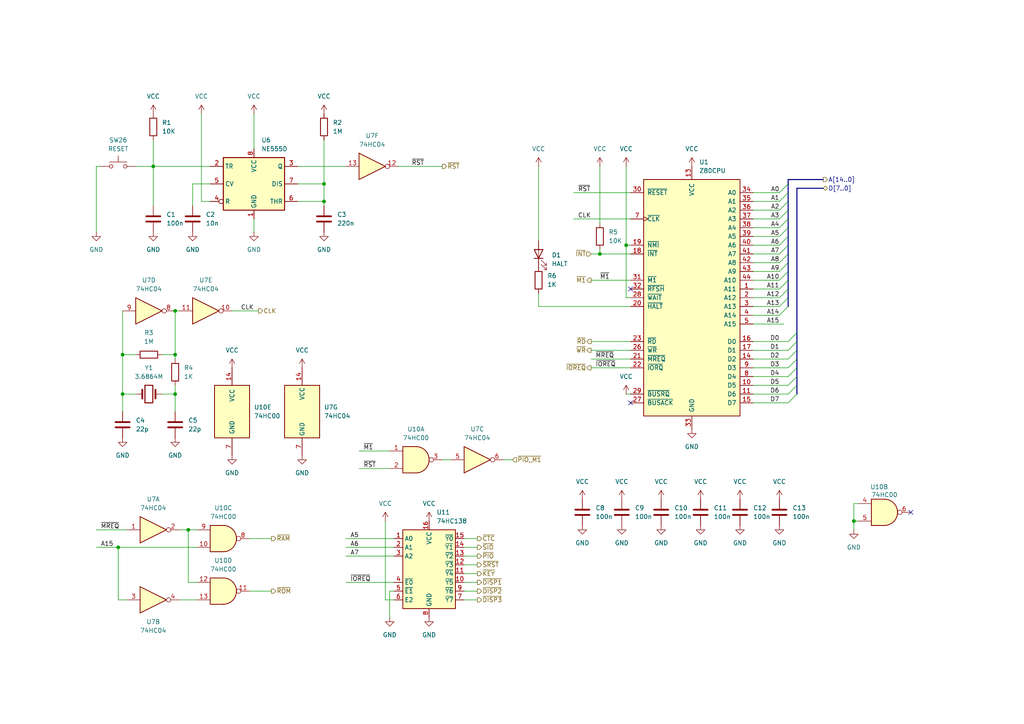
<source format=kicad_sch>
(kicad_sch (version 20250114) (generator "eeschema") (generator_version "9.0")
  (paper "A4")
  (title_block (title "CPU, basics and glue logic") (date "2025-11-03") (rev "B") (company "A.K."))
  (lib_symbols
    (symbol "74xx:74HC00" (pin_names (offset 1.016))
      (property "Reference" "U" (at 0 1.27 0))
      (property "Value" "74HC00" (at 0 -1.27 0))
      (symbol "74HC00_1_1"
        (arc (start 0 3.81) (mid 3.7934 0) (end 0 -3.81) (stroke (width 0.254)) (fill (type background)))
        (polyline (pts (xy 0 3.81) (xy -3.81 3.81) (xy -3.81 -3.81) (xy 0 -3.81)) (stroke (width 0.254)) (fill (type background)))
        (pin input line (at -7.62 2.54 0) (length 3.81) (name "~") (number "1"))
        (pin input line (at -7.62 -2.54 0) (length 3.81) (name "~") (number "2"))
        (pin output inverted (at 7.62 0 180) (length 3.81) (name "~") (number "3"))
      )
      (symbol "74HC00_1_2"
        (arc (start -3.81 3.81) (mid -2.589 0) (end -3.81 -3.81) (stroke (width 0.254)))
        (polyline (pts (xy -3.81 3.81) (xy -0.635 3.81)) (stroke (width 0.254)) (fill (type background)))
        (polyline (pts (xy -3.81 -3.81) (xy -0.635 -3.81)) (stroke (width 0.254)) (fill (type background)))
        (arc (start 3.81 0) (mid 2.1855 -2.584) (end -0.6096 -3.81) (stroke (width 0.254)) (fill (type background)))
        (arc (start -0.6096 3.81) (mid 2.1928 2.5924) (end 3.81 0) (stroke (width 0.254)) (fill (type background)))
        (polyline (pts (xy -0.635 3.81) (xy -3.81 3.81) (xy -3.81 3.81) (xy -3.556 3.4036) (xy -3.0226 2.2606) (xy -2.6924 1.0414) (xy -2.6162 -0.254) (xy -2.7686 -1.4986) (xy -3.175 -2.7178) (xy -3.81 -3.81) (xy -3.81 -3.81) (xy -0.635 -3.81)) (stroke (width -25.4)) (fill (type background)))
        (pin input inverted (at -7.62 2.54 0) (length 4.318) (name "~") (number "1"))
        (pin input inverted (at -7.62 -2.54 0) (length 4.318) (name "~") (number "2"))
        (pin output line (at 7.62 0 180) (length 3.81) (name "~") (number "3"))
      )
      (symbol "74HC00_2_1"
        (arc (start 0 3.81) (mid 3.7934 0) (end 0 -3.81) (stroke (width 0.254)) (fill (type background)))
        (polyline (pts (xy 0 3.81) (xy -3.81 3.81) (xy -3.81 -3.81) (xy 0 -3.81)) (stroke (width 0.254)) (fill (type background)))
        (pin input line (at -7.62 2.54 0) (length 3.81) (name "~") (number "4"))
        (pin input line (at -7.62 -2.54 0) (length 3.81) (name "~") (number "5"))
        (pin output inverted (at 7.62 0 180) (length 3.81) (name "~") (number "6"))
      )
      (symbol "74HC00_2_2"
        (arc (start -3.81 3.81) (mid -2.589 0) (end -3.81 -3.81) (stroke (width 0.254)))
        (polyline (pts (xy -3.81 3.81) (xy -0.635 3.81)) (stroke (width 0.254)) (fill (type background)))
        (polyline (pts (xy -3.81 -3.81) (xy -0.635 -3.81)) (stroke (width 0.254)) (fill (type background)))
        (arc (start 3.81 0) (mid 2.1855 -2.584) (end -0.6096 -3.81) (stroke (width 0.254)) (fill (type background)))
        (arc (start -0.6096 3.81) (mid 2.1928 2.5924) (end 3.81 0) (stroke (width 0.254)) (fill (type background)))
        (polyline (pts (xy -0.635 3.81) (xy -3.81 3.81) (xy -3.81 3.81) (xy -3.556 3.4036) (xy -3.0226 2.2606) (xy -2.6924 1.0414) (xy -2.6162 -0.254) (xy -2.7686 -1.4986) (xy -3.175 -2.7178) (xy -3.81 -3.81) (xy -3.81 -3.81) (xy -0.635 -3.81)) (stroke (width -25.4)) (fill (type background)))
        (pin input inverted (at -7.62 2.54 0) (length 4.318) (name "~") (number "4"))
        (pin input inverted (at -7.62 -2.54 0) (length 4.318) (name "~") (number "5"))
        (pin output line (at 7.62 0 180) (length 3.81) (name "~") (number "6"))
      )
      (symbol "74HC00_3_1"
        (arc (start 0 3.81) (mid 3.7934 0) (end 0 -3.81) (stroke (width 0.254)) (fill (type background)))
        (polyline (pts (xy 0 3.81) (xy -3.81 3.81) (xy -3.81 -3.81) (xy 0 -3.81)) (stroke (width 0.254)) (fill (type background)))
        (pin input line (at -7.62 2.54 0) (length 3.81) (name "~") (number "9"))
        (pin input line (at -7.62 -2.54 0) (length 3.81) (name "~") (number "10"))
        (pin output inverted (at 7.62 0 180) (length 3.81) (name "~") (number "8"))
      )
      (symbol "74HC00_3_2"
        (arc (start -3.81 3.81) (mid -2.589 0) (end -3.81 -3.81) (stroke (width 0.254)))
        (polyline (pts (xy -3.81 3.81) (xy -0.635 3.81)) (stroke (width 0.254)) (fill (type background)))
        (polyline (pts (xy -3.81 -3.81) (xy -0.635 -3.81)) (stroke (width 0.254)) (fill (type background)))
        (arc (start 3.81 0) (mid 2.1855 -2.584) (end -0.6096 -3.81) (stroke (width 0.254)) (fill (type background)))
        (arc (start -0.6096 3.81) (mid 2.1928 2.5924) (end 3.81 0) (stroke (width 0.254)) (fill (type background)))
        (polyline (pts (xy -0.635 3.81) (xy -3.81 3.81) (xy -3.81 3.81) (xy -3.556 3.4036) (xy -3.0226 2.2606) (xy -2.6924 1.0414) (xy -2.6162 -0.254) (xy -2.7686 -1.4986) (xy -3.175 -2.7178) (xy -3.81 -3.81) (xy -3.81 -3.81) (xy -0.635 -3.81)) (stroke (width -25.4)) (fill (type background)))
        (pin input inverted (at -7.62 2.54 0) (length 4.318) (name "~") (number "9"))
        (pin input inverted (at -7.62 -2.54 0) (length 4.318) (name "~") (number "10"))
        (pin output line (at 7.62 0 180) (length 3.81) (name "~") (number "8"))
      )
      (symbol "74HC00_4_1"
        (arc (start 0 3.81) (mid 3.7934 0) (end 0 -3.81) (stroke (width 0.254)) (fill (type background)))
        (polyline (pts (xy 0 3.81) (xy -3.81 3.81) (xy -3.81 -3.81) (xy 0 -3.81)) (stroke (width 0.254)) (fill (type background)))
        (pin input line (at -7.62 2.54 0) (length 3.81) (name "~") (number "12"))
        (pin input line (at -7.62 -2.54 0) (length 3.81) (name "~") (number "13"))
        (pin output inverted (at 7.62 0 180) (length 3.81) (name "~") (number "11"))
      )
      (symbol "74HC00_4_2"
        (arc (start -3.81 3.81) (mid -2.589 0) (end -3.81 -3.81) (stroke (width 0.254)))
        (polyline (pts (xy -3.81 3.81) (xy -0.635 3.81)) (stroke (width 0.254)) (fill (type background)))
        (polyline (pts (xy -3.81 -3.81) (xy -0.635 -3.81)) (stroke (width 0.254)) (fill (type background)))
        (arc (start 3.81 0) (mid 2.1855 -2.584) (end -0.6096 -3.81) (stroke (width 0.254)) (fill (type background)))
        (arc (start -0.6096 3.81) (mid 2.1928 2.5924) (end 3.81 0) (stroke (width 0.254)) (fill (type background)))
        (polyline (pts (xy -0.635 3.81) (xy -3.81 3.81) (xy -3.81 3.81) (xy -3.556 3.4036) (xy -3.0226 2.2606) (xy -2.6924 1.0414) (xy -2.6162 -0.254) (xy -2.7686 -1.4986) (xy -3.175 -2.7178) (xy -3.81 -3.81) (xy -3.81 -3.81) (xy -0.635 -3.81)) (stroke (width -25.4)) (fill (type background)))
        (pin input inverted (at -7.62 2.54 0) (length 4.318) (name "~") (number "12"))
        (pin input inverted (at -7.62 -2.54 0) (length 4.318) (name "~") (number "13"))
        (pin output line (at 7.62 0 180) (length 3.81) (name "~") (number "11"))
      )
      (symbol "74HC00_5_0"
        (pin power_in line (at 0 12.7 270) (length 5.08) (name "VCC") (number "14"))
        (pin power_in line (at 0 -12.7 90) (length 5.08) (name "GND") (number "7"))
      )
      (symbol "74HC00_5_1"
        (rectangle (start -5.08 7.62) (end 5.08 -7.62) (stroke (width 0.254)) (fill (type background)))
      )
    )
    (symbol "74xx:74HC04"
      (property "Reference" "U" (at 0 1.27 0))
      (property "Value" "74HC04" (at 0 -1.27 0))
      (symbol "74HC04_1_0"
        (polyline (pts (xy -3.81 3.81) (xy -3.81 -3.81) (xy 3.81 0) (xy -3.81 3.81)) (stroke (width 0.254)) (fill (type background)))
        (pin input line (at -7.62 0 0) (length 3.81) (name "~") (number "1"))
        (pin output inverted (at 7.62 0 180) (length 3.81) (name "~") (number "2"))
      )
      (symbol "74HC04_2_0"
        (polyline (pts (xy -3.81 3.81) (xy -3.81 -3.81) (xy 3.81 0) (xy -3.81 3.81)) (stroke (width 0.254)) (fill (type background)))
        (pin input line (at -7.62 0 0) (length 3.81) (name "~") (number "3"))
        (pin output inverted (at 7.62 0 180) (length 3.81) (name "~") (number "4"))
      )
      (symbol "74HC04_3_0"
        (polyline (pts (xy -3.81 3.81) (xy -3.81 -3.81) (xy 3.81 0) (xy -3.81 3.81)) (stroke (width 0.254)) (fill (type background)))
        (pin input line (at -7.62 0 0) (length 3.81) (name "~") (number "5"))
        (pin output inverted (at 7.62 0 180) (length 3.81) (name "~") (number "6"))
      )
      (symbol "74HC04_4_0"
        (polyline (pts (xy -3.81 3.81) (xy -3.81 -3.81) (xy 3.81 0) (xy -3.81 3.81)) (stroke (width 0.254)) (fill (type background)))
        (pin input line (at -7.62 0 0) (length 3.81) (name "~") (number "9"))
        (pin output inverted (at 7.62 0 180) (length 3.81) (name "~") (number "8"))
      )
      (symbol "74HC04_5_0"
        (polyline (pts (xy -3.81 3.81) (xy -3.81 -3.81) (xy 3.81 0) (xy -3.81 3.81)) (stroke (width 0.254)) (fill (type background)))
        (pin input line (at -7.62 0 0) (length 3.81) (name "~") (number "11"))
        (pin output inverted (at 7.62 0 180) (length 3.81) (name "~") (number "10"))
      )
      (symbol "74HC04_6_0"
        (polyline (pts (xy -3.81 3.81) (xy -3.81 -3.81) (xy 3.81 0) (xy -3.81 3.81)) (stroke (width 0.254)) (fill (type background)))
        (pin input line (at -7.62 0 0) (length 3.81) (name "~") (number "13"))
        (pin output inverted (at 7.62 0 180) (length 3.81) (name "~") (number "12"))
      )
      (symbol "74HC04_7_0"
        (pin power_in line (at 0 12.7 270) (length 5.08) (name "VCC") (number "14"))
        (pin power_in line (at 0 -12.7 90) (length 5.08) (name "GND") (number "7"))
      )
      (symbol "74HC04_7_1"
        (rectangle (start -5.08 7.62) (end 5.08 -7.62) (stroke (width 0.254)) (fill (type background)))
      )
    )
    (symbol "74xx:74HC138"
      (property "Reference" "U" (at -7.62 13.97 0))
      (property "Value" "74HC138" (at 2.54 -11.43 0))
      (symbol "74HC138_0_1"
        (rectangle (start -7.62 12.7) (end 7.62 -10.16) (stroke (width 0.254)) (fill (type background)))
      )
      (symbol "74HC138_1_1"
        (pin input line (at -10.16 10.16 0) (length 2.54) (name "A0") (number "1"))
        (pin input line (at -10.16 7.62 0) (length 2.54) (name "A1") (number "2"))
        (pin input line (at -10.16 5.08 0) (length 2.54) (name "A2") (number "3"))
        (pin input line (at -10.16 -2.54 0) (length 2.54) (name "~{E0}") (number "4"))
        (pin input line (at -10.16 -5.08 0) (length 2.54) (name "~{E1}") (number "5"))
        (pin input line (at -10.16 -7.62 0) (length 2.54) (name "E2") (number "6"))
        (pin power_in line (at 0 15.24 270) (length 2.54) (name "VCC") (number "16"))
        (pin power_in line (at 0 -12.7 90) (length 2.54) (name "GND") (number "8"))
        (pin output line (at 10.16 10.16 180) (length 2.54) (name "~{Y0}") (number "15"))
        (pin output line (at 10.16 7.62 180) (length 2.54) (name "~{Y1}") (number "14"))
        (pin output line (at 10.16 5.08 180) (length 2.54) (name "~{Y2}") (number "13"))
        (pin output line (at 10.16 2.54 180) (length 2.54) (name "~{Y3}") (number "12"))
        (pin output line (at 10.16 0 180) (length 2.54) (name "~{Y4}") (number "11"))
        (pin output line (at 10.16 -2.54 180) (length 2.54) (name "~{Y5}") (number "10"))
        (pin output line (at 10.16 -5.08 180) (length 2.54) (name "~{Y6}") (number "9"))
        (pin output line (at 10.16 -7.62 180) (length 2.54) (name "~{Y7}") (number "7"))
      )
    )
    (symbol "CPU:Z80CPU" (pin_names (offset 1.016))
      (property "Reference" "U1" (at 2.1433 39.37 0))
      (property "Value" "Z80CPU" (at 2.1433 36.83 0))
      (symbol "Z80CPU_0_1"
        (rectangle (start -13.97 34.29) (end 13.97 -34.29) (stroke (width 0.254)) (fill (type background)))
      )
      (symbol "Z80CPU_1_1"
        (pin input line (at -17.78 30.48 0) (length 3.81) (name "~{RESET}") (number "30"))
        (pin input clock (at -17.78 22.86 0) (length 3.81) (name "~{CLK}") (number "7"))
        (pin input line (at -17.78 15.24 0) (length 3.81) (name "~{NMI}") (number "19"))
        (pin input line (at -17.78 12.7 0) (length 3.81) (name "~{INT}") (number "18"))
        (pin output line (at -17.78 5.08 0) (length 3.81) (name "~{M1}") (number "31"))
        (pin output line (at -17.78 2.54 0) (length 3.81) (name "~{RFSH}") (number "32"))
        (pin input line (at -17.78 0 0) (length 3.81) (name "~{WAIT}") (number "28"))
        (pin output line (at -17.78 -2.54 0) (length 3.81) (name "~{HALT}") (number "20"))
        (pin output line (at -17.78 -12.7 0) (length 3.81) (name "~{RD}") (number "23"))
        (pin output line (at -17.78 -15.24 0) (length 3.81) (name "~{WR}") (number "26"))
        (pin output line (at -17.78 -17.78 0) (length 3.81) (name "~{MREQ}") (number "21"))
        (pin output line (at -17.78 -20.32 0) (length 3.81) (name "~{IORQ}") (number "22"))
        (pin input line (at -17.78 -27.94 0) (length 3.81) (name "~{BUSRQ}") (number "29"))
        (pin output line (at -17.78 -30.48 0) (length 3.81) (name "~{BUSACK}") (number "27"))
        (pin power_in line (at 0 38.1 270) (length 3.81) (name "VCC") (number "13"))
        (pin power_in line (at 0 -38.1 90) (length 3.81) (name "GND") (number "33"))
        (pin output line (at 17.78 30.48 180) (length 3.81) (name "A0") (number "34"))
        (pin output line (at 17.78 27.94 180) (length 3.81) (name "A1") (number "35"))
        (pin output line (at 17.78 25.4 180) (length 3.81) (name "A2") (number "36"))
        (pin output line (at 17.78 22.86 180) (length 3.81) (name "A3") (number "37"))
        (pin output line (at 17.78 20.32 180) (length 3.81) (name "A4") (number "38"))
        (pin output line (at 17.78 17.78 180) (length 3.81) (name "A5") (number "39"))
        (pin output line (at 17.78 15.24 180) (length 3.81) (name "A6") (number "40"))
        (pin output line (at 17.78 12.7 180) (length 3.81) (name "A7") (number "41"))
        (pin output line (at 17.78 10.16 180) (length 3.81) (name "A8") (number "42"))
        (pin output line (at 17.78 7.62 180) (length 3.81) (name "A9") (number "43"))
        (pin output line (at 17.78 5.08 180) (length 3.81) (name "A10") (number "44"))
        (pin output line (at 17.78 2.54 180) (length 3.81) (name "A11") (number "1"))
        (pin output line (at 17.78 0 180) (length 3.81) (name "A12") (number "2"))
        (pin output line (at 17.78 -2.54 180) (length 3.81) (name "A13") (number "3"))
        (pin output line (at 17.78 -5.08 180) (length 3.81) (name "A14") (number "4"))
        (pin output line (at 17.78 -7.62 180) (length 3.81) (name "A15") (number "5"))
        (pin bidirectional line (at 17.78 -12.7 180) (length 3.81) (name "D0") (number "16"))
        (pin bidirectional line (at 17.78 -15.24 180) (length 3.81) (name "D1") (number "17"))
        (pin bidirectional line (at 17.78 -17.78 180) (length 3.81) (name "D2") (number "14"))
        (pin bidirectional line (at 17.78 -20.32 180) (length 3.81) (name "D3") (number "9"))
        (pin bidirectional line (at 17.78 -22.86 180) (length 3.81) (name "D4") (number "8"))
        (pin bidirectional line (at 17.78 -25.4 180) (length 3.81) (name "D5") (number "10"))
        (pin bidirectional line (at 17.78 -27.94 180) (length 3.81) (name "D6") (number "11"))
        (pin bidirectional line (at 17.78 -30.48 180) (length 3.81) (name "D7") (number "15"))
      )
    )
    (symbol "Device:C" (pin_numbers (hide yes)) (pin_names (offset 0.254))
      (property "Reference" "C" (at 0.635 2.54 0))
      (property "Value" "C" (at 0.635 -2.54 0))
      (symbol "C_0_1"
        (polyline (pts (xy -2.032 0.762) (xy 2.032 0.762)) (stroke (width 0.508)))
        (polyline (pts (xy -2.032 -0.762) (xy 2.032 -0.762)) (stroke (width 0.508)))
      )
      (symbol "C_1_1"
        (pin passive line (at 0 3.81 270) (length 2.794) (name "~") (number "1"))
        (pin passive line (at 0 -3.81 90) (length 2.794) (name "~") (number "2"))
      )
    )
    (symbol "Device:Crystal" (pin_numbers (hide yes)) (pin_names (offset 1.016) (hide yes))
      (property "Reference" "Y" (at 0 3.81 0))
      (property "Value" "Crystal" (at 0 -3.81 0))
      (symbol "Crystal_0_1"
        (polyline (pts (xy -2.54 0) (xy -1.905 0)))
        (polyline (pts (xy -1.905 -1.27) (xy -1.905 1.27)) (stroke (width 0.508)))
        (rectangle (start -1.143 2.54) (end 1.143 -2.54) (stroke (width 0.3048)))
        (polyline (pts (xy 1.905 -1.27) (xy 1.905 1.27)) (stroke (width 0.508)))
        (polyline (pts (xy 2.54 0) (xy 1.905 0)))
      )
      (symbol "Crystal_1_1"
        (pin passive line (at -3.81 0 0) (length 1.27) (name "1") (number "1"))
        (pin passive line (at 3.81 0 180) (length 1.27) (name "2") (number "2"))
      )
    )
    (symbol "Device:LED" (pin_numbers (hide yes)) (pin_names (offset 1.016) (hide yes))
      (property "Reference" "D" (at 0 2.54 0))
      (property "Value" "LED" (at 0 -2.54 0))
      (symbol "LED_0_1"
        (polyline (pts (xy -3.048 -0.762) (xy -4.572 -2.286) (xy -3.81 -2.286) (xy -4.572 -2.286) (xy -4.572 -1.524)))
        (polyline (pts (xy -1.778 -0.762) (xy -3.302 -2.286) (xy -2.54 -2.286) (xy -3.302 -2.286) (xy -3.302 -1.524)))
        (polyline (pts (xy -1.27 0) (xy 1.27 0)))
        (polyline (pts (xy -1.27 -1.27) (xy -1.27 1.27)) (stroke (width 0.254)))
        (polyline (pts (xy 1.27 -1.27) (xy 1.27 1.27) (xy -1.27 0) (xy 1.27 -1.27)) (stroke (width 0.254)))
      )
      (symbol "LED_1_1"
        (pin passive line (at -3.81 0 0) (length 2.54) (name "K") (number "1"))
        (pin passive line (at 3.81 0 180) (length 2.54) (name "A") (number "2"))
      )
    )
    (symbol "Device:R" (pin_numbers (hide yes)) (pin_names (offset 0))
      (property "Reference" "R" (at 2.032 0 90))
      (property "Value" "R" (at 0 0 90))
      (symbol "R_0_1"
        (rectangle (start -1.016 -2.54) (end 1.016 2.54) (stroke (width 0.254)))
      )
      (symbol "R_1_1"
        (pin passive line (at 0 3.81 270) (length 1.27) (name "~") (number "1"))
        (pin passive line (at 0 -3.81 90) (length 1.27) (name "~") (number "2"))
      )
    )
    (symbol "Switch:SW_Omron_B3FS" (pin_numbers (hide yes)) (pin_names (offset 1.016) (hide yes))
      (property "Reference" "SW" (at 1.27 2.54 0))
      (property "Value" "SW_Omron_B3FS" (at 0 -1.524 0))
      (symbol "SW_Omron_B3FS_0_1"
        (circle (center -2.032 0) (radius 0.508))
        (polyline (pts (xy 0 1.27) (xy 0 3.048)))
        (circle (center 2.032 0) (radius 0.508))
        (polyline (pts (xy 2.54 1.27) (xy -2.54 1.27)))
        (pin passive line (at -5.08 0 0) (length 2.54) (name "1") (number "1"))
        (pin passive line (at 5.08 0 180) (length 2.54) (name "2") (number "2"))
      )
    )
    (symbol "Timer:NE555D"
      (property "Reference" "U" (at -10.16 8.89 0))
      (property "Value" "NE555D" (at 2.54 8.89 0))
      (symbol "NE555D_0_0"
        (pin power_in line (at 0 10.16 270) (length 2.54) (name "VCC") (number "8"))
        (pin power_in line (at 0 -10.16 90) (length 2.54) (name "GND") (number "1"))
      )
      (symbol "NE555D_0_1"
        (rectangle (start -8.89 -7.62) (end 8.89 7.62) (stroke (width 0.254)) (fill (type background)))
        (rectangle (start -8.89 -7.62) (end 8.89 7.62) (stroke (width 0.254)) (fill (type background)))
      )
      (symbol "NE555D_1_1"
        (pin input line (at -12.7 5.08 0) (length 3.81) (name "TR") (number "2"))
        (pin input line (at -12.7 0 0) (length 3.81) (name "CV") (number "5"))
        (pin input inverted (at -12.7 -5.08 0) (length 3.81) (name "R") (number "4"))
        (pin output line (at 12.7 5.08 180) (length 3.81) (name "Q") (number "3"))
        (pin input line (at 12.7 0 180) (length 3.81) (name "DIS") (number "7"))
        (pin input line (at 12.7 -5.08 180) (length 3.81) (name "THR") (number "6"))
      )
    )
    (symbol "power:GND" (power) (pin_numbers (hide yes)) (pin_names (offset 0) (hide yes))
      (property "Value" "GND" (at 0 -3.81 0))
      (symbol "GND_0_1"
        (polyline (pts (xy 0 0) (xy 0 -1.27) (xy 1.27 -1.27) (xy 0 -2.54) (xy -1.27 -1.27) (xy 0 -1.27)))
      )
      (symbol "GND_1_1"
        (pin power_in line (at 0 0 270) (length 0) (name "~") (number "1"))
      )
    )
    (symbol "power:VCC" (power) (pin_numbers (hide yes)) (pin_names (offset 0) (hide yes))
      (property "Value" "VCC" (at 0 3.556 0))
      (symbol "VCC_0_1"
        (polyline (pts (xy -0.762 1.27) (xy 0 2.54)))
        (polyline (pts (xy 0 2.54) (xy 0.762 1.27)))
        (polyline (pts (xy 0 0) (xy 0 2.54)))
      )
      (symbol "VCC_1_1"
        (pin power_in line (at 0 0 90) (length 0) (name "~") (number "1"))
      )
    )
  )
  (junction (at 173.99 73.66))
  (junction (at 35.56 102.87))
  (junction (at 181.61 71.12))
  (junction (at 93.98 53.34))
  (junction (at 247.65 151.13))
  (junction (at 44.45 48.26))
  (junction (at 50.8 114.3))
  (junction (at 50.8 90.17))
  (junction (at 93.98 58.42))
  (junction (at 34.29 158.75))
  (junction (at 35.56 114.3))
  (junction (at 50.8 102.87))
  (junction (at 54.61 153.67))
  (no_connect (at 182.88 116.84))
  (no_connect (at 182.88 83.82))
  (no_connect (at 264.16 148.59))
  (bus_entry (at 228.6 66.04) (size -2.54 2.54))
  (bus_entry (at 228.6 71.12) (size -2.54 2.54))
  (bus_entry (at 228.6 73.66) (size -2.54 2.54))
  (bus_entry (at 228.6 76.2) (size -2.54 2.54))
  (bus_entry (at 228.6 60.96) (size -2.54 2.54))
  (bus_entry (at 228.6 88.9) (size -2.54 2.54))
  (bus_entry (at 231.14 99.06) (size -2.54 2.54))
  (bus_entry (at 231.14 96.52) (size -2.54 2.54))
  (bus_entry (at 228.6 86.36) (size -2.54 2.54))
  (bus_entry (at 228.6 83.82) (size -2.54 2.54))
  (bus_entry (at 231.14 114.3) (size -2.54 2.54))
  (bus_entry (at 228.6 58.42) (size -2.54 2.54))
  (bus_entry (at 231.14 104.14) (size -2.54 2.54))
  (bus_entry (at 228.6 68.58) (size -2.54 2.54))
  (bus_entry (at 228.6 78.74) (size -2.54 2.54))
  (bus_entry (at 231.14 109.22) (size -2.54 2.54))
  (bus_entry (at 228.6 53.34) (size -2.54 2.54))
  (bus_entry (at 228.6 81.28) (size -2.54 2.54))
  (bus_entry (at 231.14 101.6) (size -2.54 2.54))
  (bus_entry (at 228.6 55.88) (size -2.54 2.54))
  (bus_entry (at 231.14 106.68) (size -2.54 2.54))
  (bus_entry (at 228.6 63.5) (size -2.54 2.54))
  (bus_entry (at 231.14 111.76) (size -2.54 2.54))
  (wire (pts (xy 134.62 173.99) (xy 138.43 173.99)))
  (bus (pts (xy 231.14 54.61) (xy 231.14 96.52)))
  (bus (pts (xy 231.14 104.14) (xy 231.14 106.68)))
  (wire (pts (xy 171.45 101.6) (xy 182.88 101.6)))
  (wire (pts (xy 35.56 102.87) (xy 39.37 102.87)))
  (wire (pts (xy 247.65 146.05) (xy 248.92 146.05)))
  (wire (pts (xy 67.31 90.17) (xy 74.93 90.17)))
  (wire (pts (xy 50.8 90.17) (xy 50.8 102.87)))
  (wire (pts (xy 218.44 106.68) (xy 228.6 106.68)))
  (wire (pts (xy 113.03 171.45) (xy 114.3 171.45)))
  (wire (pts (xy 182.88 88.9) (xy 156.21 88.9)))
  (wire (pts (xy 60.96 58.42) (xy 58.42 58.42)))
  (wire (pts (xy 86.36 58.42) (xy 93.98 58.42)))
  (wire (pts (xy 39.37 48.26) (xy 44.45 48.26)))
  (bus (pts (xy 228.6 52.07) (xy 238.76 52.07)))
  (wire (pts (xy 218.44 58.42) (xy 226.06 58.42)))
  (bus (pts (xy 228.6 88.9) (xy 228.6 86.36)))
  (bus (pts (xy 228.6 66.04) (xy 228.6 63.5)))
  (bus (pts (xy 228.6 76.2) (xy 228.6 73.66)))
  (wire (pts (xy 134.62 156.21) (xy 138.43 156.21)))
  (wire (pts (xy 218.44 86.36) (xy 226.06 86.36)))
  (wire (pts (xy 134.62 166.37) (xy 138.43 166.37)))
  (wire (pts (xy 247.65 151.13) (xy 248.92 151.13)))
  (bus (pts (xy 228.6 81.28) (xy 228.6 78.74)))
  (wire (pts (xy 166.37 63.5) (xy 182.88 63.5)))
  (bus (pts (xy 231.14 99.06) (xy 231.14 101.6)))
  (bus (pts (xy 228.6 73.66) (xy 228.6 71.12)))
  (wire (pts (xy 171.45 99.06) (xy 182.88 99.06)))
  (bus (pts (xy 228.6 68.58) (xy 228.6 66.04)))
  (bus (pts (xy 231.14 106.68) (xy 231.14 109.22)))
  (wire (pts (xy 134.62 168.91) (xy 138.43 168.91)))
  (bus (pts (xy 228.6 58.42) (xy 228.6 55.88)))
  (wire (pts (xy 218.44 83.82) (xy 226.06 83.82)))
  (wire (pts (xy 173.99 48.26) (xy 173.99 64.77)))
  (wire (pts (xy 50.8 111.76) (xy 50.8 114.3)))
  (wire (pts (xy 134.62 171.45) (xy 138.43 171.45)))
  (wire (pts (xy 171.45 106.68) (xy 182.88 106.68)))
  (wire (pts (xy 148.59 133.35) (xy 146.05 133.35)))
  (wire (pts (xy 27.94 153.67) (xy 36.83 153.67)))
  (wire (pts (xy 218.44 114.3) (xy 228.6 114.3)))
  (wire (pts (xy 58.42 58.42) (xy 58.42 33.02)))
  (wire (pts (xy 218.44 101.6) (xy 228.6 101.6)))
  (wire (pts (xy 134.62 163.83) (xy 138.43 163.83)))
  (wire (pts (xy 93.98 58.42) (xy 93.98 53.34)))
  (wire (pts (xy 60.96 53.34) (xy 55.88 53.34)))
  (wire (pts (xy 218.44 109.22) (xy 228.6 109.22)))
  (wire (pts (xy 218.44 116.84) (xy 228.6 116.84)))
  (wire (pts (xy 104.14 135.89) (xy 113.03 135.89)))
  (wire (pts (xy 73.66 67.31) (xy 73.66 63.5)))
  (wire (pts (xy 218.44 63.5) (xy 226.06 63.5)))
  (bus (pts (xy 228.6 55.88) (xy 228.6 53.34)))
  (wire (pts (xy 181.61 86.36) (xy 181.61 71.12)))
  (wire (pts (xy 156.21 88.9) (xy 156.21 85.09)))
  (wire (pts (xy 218.44 76.2) (xy 226.06 76.2)))
  (wire (pts (xy 173.99 72.39) (xy 173.99 73.66)))
  (wire (pts (xy 44.45 48.26) (xy 44.45 59.69)))
  (wire (pts (xy 35.56 114.3) (xy 39.37 114.3)))
  (wire (pts (xy 247.65 151.13) (xy 247.65 146.05)))
  (wire (pts (xy 113.03 179.07) (xy 113.03 171.45)))
  (wire (pts (xy 46.99 114.3) (xy 50.8 114.3)))
  (wire (pts (xy 35.56 90.17) (xy 35.56 102.87)))
  (wire (pts (xy 218.44 60.96) (xy 226.06 60.96)))
  (wire (pts (xy 181.61 48.26) (xy 181.61 71.12)))
  (bus (pts (xy 231.14 96.52) (xy 231.14 99.06)))
  (bus (pts (xy 228.6 78.74) (xy 228.6 76.2)))
  (wire (pts (xy 50.8 90.17) (xy 52.07 90.17)))
  (wire (pts (xy 218.44 99.06) (xy 228.6 99.06)))
  (wire (pts (xy 173.99 73.66) (xy 182.88 73.66)))
  (wire (pts (xy 182.88 86.36) (xy 181.61 86.36)))
  (wire (pts (xy 52.07 153.67) (xy 54.61 153.67)))
  (wire (pts (xy 50.8 114.3) (xy 50.8 119.38)))
  (wire (pts (xy 27.94 48.26) (xy 29.21 48.26)))
  (wire (pts (xy 128.27 133.35) (xy 130.81 133.35)))
  (wire (pts (xy 60.96 48.26) (xy 44.45 48.26)))
  (wire (pts (xy 171.45 104.14) (xy 182.88 104.14)))
  (bus (pts (xy 231.14 101.6) (xy 231.14 104.14)))
  (wire (pts (xy 54.61 153.67) (xy 57.15 153.67)))
  (wire (pts (xy 46.99 102.87) (xy 50.8 102.87)))
  (wire (pts (xy 218.44 66.04) (xy 226.06 66.04)))
  (bus (pts (xy 228.6 86.36) (xy 228.6 83.82)))
  (wire (pts (xy 27.94 67.31) (xy 27.94 48.26)))
  (wire (pts (xy 218.44 111.76) (xy 228.6 111.76)))
  (bus (pts (xy 231.14 111.76) (xy 231.14 114.3)))
  (wire (pts (xy 93.98 53.34) (xy 93.98 40.64)))
  (wire (pts (xy 54.61 153.67) (xy 54.61 168.91)))
  (wire (pts (xy 86.36 48.26) (xy 100.33 48.26)))
  (wire (pts (xy 218.44 68.58) (xy 226.06 68.58)))
  (wire (pts (xy 218.44 88.9) (xy 226.06 88.9)))
  (wire (pts (xy 218.44 78.74) (xy 226.06 78.74)))
  (wire (pts (xy 86.36 53.34) (xy 93.98 53.34)))
  (bus (pts (xy 228.6 71.12) (xy 228.6 68.58)))
  (wire (pts (xy 44.45 48.26) (xy 44.45 40.64)))
  (wire (pts (xy 218.44 71.12) (xy 226.06 71.12)))
  (wire (pts (xy 104.14 130.81) (xy 113.03 130.81)))
  (wire (pts (xy 171.45 81.28) (xy 182.88 81.28)))
  (wire (pts (xy 115.57 48.26) (xy 128.27 48.26)))
  (wire (pts (xy 72.39 156.21) (xy 78.74 156.21)))
  (wire (pts (xy 218.44 73.66) (xy 226.06 73.66)))
  (bus (pts (xy 231.14 54.61) (xy 238.76 54.61)))
  (wire (pts (xy 100.33 161.29) (xy 114.3 161.29)))
  (wire (pts (xy 35.56 119.38) (xy 35.56 114.3)))
  (bus (pts (xy 228.6 63.5) (xy 228.6 60.96)))
  (wire (pts (xy 52.07 173.99) (xy 57.15 173.99)))
  (wire (pts (xy 134.62 158.75) (xy 138.43 158.75)))
  (wire (pts (xy 218.44 81.28) (xy 226.06 81.28)))
  (bus (pts (xy 228.6 83.82) (xy 228.6 81.28)))
  (bus (pts (xy 231.14 109.22) (xy 231.14 111.76)))
  (bus (pts (xy 228.6 60.96) (xy 228.6 58.42)))
  (wire (pts (xy 171.45 73.66) (xy 173.99 73.66)))
  (wire (pts (xy 166.37 55.88) (xy 182.88 55.88)))
  (wire (pts (xy 218.44 104.14) (xy 228.6 104.14)))
  (wire (pts (xy 34.29 158.75) (xy 34.29 173.99)))
  (wire (pts (xy 50.8 102.87) (xy 50.8 104.14)))
  (wire (pts (xy 27.94 158.75) (xy 34.29 158.75)))
  (wire (pts (xy 134.62 161.29) (xy 138.43 161.29)))
  (wire (pts (xy 218.44 93.98) (xy 227.33 93.98)))
  (wire (pts (xy 100.33 156.21) (xy 114.3 156.21)))
  (wire (pts (xy 72.39 171.45) (xy 78.74 171.45)))
  (wire (pts (xy 100.33 168.91) (xy 114.3 168.91)))
  (wire (pts (xy 73.66 33.02) (xy 73.66 43.18)))
  (wire (pts (xy 218.44 91.44) (xy 226.06 91.44)))
  (wire (pts (xy 57.15 168.91) (xy 54.61 168.91)))
  (wire (pts (xy 247.65 153.67) (xy 247.65 151.13)))
  (wire (pts (xy 181.61 114.3) (xy 182.88 114.3)))
  (wire (pts (xy 100.33 158.75) (xy 114.3 158.75)))
  (wire (pts (xy 34.29 158.75) (xy 57.15 158.75)))
  (wire (pts (xy 55.88 53.34) (xy 55.88 59.69)))
  (wire (pts (xy 35.56 102.87) (xy 35.56 114.3)))
  (wire (pts (xy 218.44 55.88) (xy 226.06 55.88)))
  (wire (pts (xy 93.98 58.42) (xy 93.98 59.69)))
  (wire (pts (xy 111.76 173.99) (xy 114.3 173.99)))
  (bus (pts (xy 228.6 53.34) (xy 228.6 52.07)))
  (wire (pts (xy 36.83 173.99) (xy 34.29 173.99)))
  (wire (pts (xy 111.76 151.13) (xy 111.76 173.99)))
  (wire (pts (xy 181.61 71.12) (xy 182.88 71.12)))
  (wire (pts (xy 156.21 48.26) (xy 156.21 69.85)))
  (label "CLK" (at 69.85 90.17 0))
  (label "A8" (at 226.06 76.2 180))
  (label "A7" (at 226.06 73.66 180))
  (label "A7" (at 101.6 161.29 0))
  (label "A12" (at 226.06 86.36 180))
  (label "D5" (at 226.06 111.76 180))
  (label "~{IOREQ}" (at 101.6 168.91 0))
  (label "~{M1}" (at 105.41 130.81 0))
  (label "A0" (at 226.06 55.88 180))
  (label "CLK" (at 167.64 63.5 0))
  (label "A14" (at 226.06 91.44 180))
  (label "~{RST}" (at 167.64 55.88 0))
  (label "A4" (at 226.06 66.04 180))
  (label "A15" (at 29.21 158.75 0))
  (label "D6" (at 226.06 114.3 180))
  (label "A3" (at 226.06 63.5 180))
  (label "A5" (at 226.06 68.58 180))
  (label "~{MREQ}" (at 29.21 153.67 0))
  (label "A15" (at 226.06 93.98 180))
  (label "~{MREQ}" (at 172.72 104.14 0))
  (label "D3" (at 226.06 106.68 180))
  (label "A6" (at 226.06 71.12 180))
  (label "A9" (at 226.06 78.74 180))
  (label "D4" (at 226.06 109.22 180))
  (label "A1" (at 226.06 58.42 180))
  (label "~{RST}" (at 105.41 135.89 0))
  (label "~{RST}" (at 119.38 48.26 0))
  (label "~{M1}" (at 173.99 81.28 0))
  (label "D2" (at 226.06 104.14 180))
  (label "A11" (at 226.06 83.82 180))
  (label "D1" (at 226.06 101.6 180))
  (label "A5" (at 101.6 156.21 0))
  (label "D0" (at 226.06 99.06 180))
  (label "A10" (at 226.06 81.28 180))
  (label "~{IOREQ}" (at 172.72 106.68 0))
  (label "D7" (at 226.06 116.84 180))
  (label "A13" (at 226.06 88.9 180))
  (label "A6" (at 101.6 158.75 0))
  (label "A2" (at 226.06 60.96 180))
  (hierarchical_label "A[14..0]" (shape output) (at 238.76 52.07 0))
  (hierarchical_label "~{SIO}" (shape output) (at 138.43 158.75 0))
  (hierarchical_label "~{RD}" (shape output) (at 171.45 99.06 180))
  (hierarchical_label "~{KEY}" (shape output) (at 138.43 166.37 0))
  (hierarchical_label "D[7..0]" (shape bidirectional) (at 238.76 54.61 0))
  (hierarchical_label "~{IOREQ}" (shape output) (at 171.45 106.68 180))
  (hierarchical_label "~{DISP3}" (shape output) (at 138.43 173.99 0))
  (hierarchical_label "~{WR}" (shape output) (at 171.45 101.6 180))
  (hierarchical_label "~{DISP2}" (shape output) (at 138.43 171.45 0))
  (hierarchical_label "~{PIO}" (shape output) (at 138.43 161.29 0))
  (hierarchical_label "~{CTC}" (shape output) (at 138.43 156.21 0))
  (hierarchical_label "~{DISP1}" (shape output) (at 138.43 168.91 0))
  (hierarchical_label "CLK" (shape output) (at 74.93 90.17 0))
  (hierarchical_label "~{INT}" (shape input) (at 171.45 73.66 180))
  (hierarchical_label "~{PIO_M1}" (shape input) (at 148.59 133.35 0))
  (hierarchical_label "~{ROM}" (shape output) (at 78.74 171.45 0))
  (hierarchical_label "~{SRST}" (shape output) (at 138.43 163.83 0))
  (hierarchical_label "~{RAM}" (shape output) (at 78.74 156.21 0))
  (hierarchical_label "~{RST}" (shape output) (at 128.27 48.26 0))
  (hierarchical_label "~{M1}" (shape output) (at 171.45 81.28 180))
  (symbol (lib_id "Device:C") (at 35.56 123.19 0) (unit 1)
    (property "Reference" "C4" (at 39.37 121.9199 0) (effects (justify left)))
    (property "Value" "22p" (at 39.37 124.4599 0) (effects (justify left)))
    (property "Footprint" "Capacitor_SMD:C_0805_2012Metric" (effects (hide yes)))
    (property "Description" "Unpolarized capacitor" (effects (hide yes)))
  )
  (symbol (lib_id "power:GND") (at 226.06 152.4 0) (unit 1)
    (property "Reference" "#PWR047" (effects (hide yes)))
    (property "Value" "GND" (at 226.06 157.48 0))
    (property "Description" "Power symbol creates a global label with name \"GND\" , ground" (effects (hide yes)))
  )
  (symbol (lib_id "Device:R") (at 43.18 102.87 90) (unit 1)
    (property "Reference" "R3" (at 43.18 96.52 90))
    (property "Value" "1M" (at 43.18 99.06 90))
    (property "Footprint" "Resistor_SMD:R_0805_2012Metric" (effects (hide yes)))
    (property "Description" "Resistor" (effects (hide yes)))
  )
  (symbol (lib_id "Device:LED") (at 156.21 73.66 90) (unit 1)
    (property "Reference" "D1" (at 160.02 73.9774 90) (effects (justify right)))
    (property "Value" "HALT" (at 160.02 76.5174 90) (effects (justify right)))
    (property "Footprint" "LED_SMD:LED_0805_2012Metric" (effects (hide yes)))
    (property "Description" "Light emitting diode" (effects (hide yes)))
    (property "Sim.Pins" "1=K 2=A" (effects (hide yes)))
  )
  (symbol (lib_id "power:GND") (at 168.91 152.4 0) (unit 1)
    (property "Reference" "#PWR042" (effects (hide yes)))
    (property "Value" "GND" (at 168.91 157.48 0))
    (property "Description" "Power symbol creates a global label with name \"GND\" , ground" (effects (hide yes)))
  )
  (symbol (lib_id "CPU:Z80CPU") (at 200.66 86.36 0) (unit 1)
    (property "Reference" "U1" (at 202.8033 46.99 0) (effects (justify left)))
    (property "Value" "Z80CPU" (at 202.8033 49.53 0) (effects (justify left)))
    (property "Footprint" "Package_LCC:PLCC-44" (effects (hide yes)))
    (property "Datasheet" "www.zilog.com/manage_directlink.php?filepath=docs/z80/um0080" (effects (hide yes)))
    (property "Description" "8-bit General Purpose Microprocessor, DIP-40" (effects (hide yes)))
  )
  (symbol (lib_id "Device:C") (at 226.06 148.59 0) (unit 1)
    (property "Reference" "C13" (at 229.87 147.3199 0) (effects (justify left)))
    (property "Value" "100n" (at 229.87 149.8599 0) (effects (justify left)))
    (property "Footprint" "Capacitor_SMD:C_0805_2012Metric" (effects (hide yes)))
    (property "Description" "Unpolarized capacitor" (effects (hide yes)))
  )
  (symbol (lib_id "Device:R") (at 50.8 107.95 180) (unit 1)
    (property "Reference" "R4" (at 53.34 106.6799 0) (effects (justify right)))
    (property "Value" "1K" (at 53.34 109.2199 0) (effects (justify right)))
    (property "Footprint" "Resistor_SMD:R_0805_2012Metric" (effects (hide yes)))
    (property "Description" "Resistor" (effects (hide yes)))
  )
  (symbol (lib_id "Device:C") (at 50.8 123.19 0) (unit 1)
    (property "Reference" "C5" (at 54.61 121.9199 0) (effects (justify left)))
    (property "Value" "22p" (at 54.61 124.4599 0) (effects (justify left)))
    (property "Footprint" "Capacitor_SMD:C_0805_2012Metric" (effects (hide yes)))
    (property "Description" "Unpolarized capacitor" (effects (hide yes)))
  )
  (symbol (lib_id "power:VCC") (at 181.61 48.26 0) (unit 1)
    (property "Reference" "#PWR015" (effects (hide yes)))
    (property "Value" "VCC" (at 181.61 43.18 0))
    (property "Description" "Power symbol creates a global label with name \"VCC\"" (effects (hide yes)))
  )
  (symbol (lib_id "power:VCC") (at 226.06 144.78 0) (unit 1)
    (property "Reference" "#PWR041" (effects (hide yes)))
    (property "Value" "VCC" (at 226.06 139.7 0))
    (property "Description" "Power symbol creates a global label with name \"VCC\"" (effects (hide yes)))
  )
  (symbol (lib_id "power:VCC") (at 156.21 48.26 0) (unit 1)
    (property "Reference" "#PWR028" (effects (hide yes)))
    (property "Value" "VCC" (at 156.21 43.18 0))
    (property "Description" "Power symbol creates a global label with name \"VCC\"" (effects (hide yes)))
  )
  (symbol (lib_id "power:GND") (at 55.88 67.31 0) (unit 1)
    (property "Reference" "#PWR09" (effects (hide yes)))
    (property "Value" "GND" (at 55.88 72.39 0))
    (property "Description" "Power symbol creates a global label with name \"GND\" , ground" (effects (hide yes)))
  )
  (symbol (lib_id "power:VCC") (at 203.2 144.78 0) (unit 1)
    (property "Reference" "#PWR039" (effects (hide yes)))
    (property "Value" "VCC" (at 203.2 139.7 0))
    (property "Description" "Power symbol creates a global label with name \"VCC\"" (effects (hide yes)))
  )
  (symbol (lib_id "power:GND") (at 93.98 67.31 0) (unit 1)
    (property "Reference" "#PWR011" (effects (hide yes)))
    (property "Value" "GND" (at 93.98 72.39 0))
    (property "Description" "Power symbol creates a global label with name \"GND\" , ground" (effects (hide yes)))
  )
  (symbol (lib_id "power:VCC") (at 181.61 114.3 0) (unit 1)
    (property "Reference" "#PWR016" (effects (hide yes)))
    (property "Value" "VCC" (at 181.61 109.22 0))
    (property "Description" "Power symbol creates a global label with name \"VCC\"" (effects (hide yes)))
  )
  (symbol (lib_id "power:VCC") (at 87.63 106.68 0) (unit 1)
    (property "Reference" "#PWR013" (effects (hide yes)))
    (property "Value" "VCC" (at 87.63 101.6 0))
    (property "Description" "Power symbol creates a global label with name \"VCC\"" (effects (hide yes)))
  )
  (symbol (lib_id "power:GND") (at 124.46 179.07 0) (unit 1)
    (property "Reference" "#PWR014" (effects (hide yes)))
    (property "Value" "GND" (at 124.46 184.15 0))
    (property "Description" "Power symbol creates a global label with name \"GND\" , ground" (effects (hide yes)))
  )
  (symbol (lib_id "74xx:74HC00") (at 64.77 156.21 0) (unit 3)
    (property "Reference" "U10" (at 64.7617 147.32 0))
    (property "Value" "74HC00" (at 64.7617 149.86 0))
    (property "Footprint" "Package_SO:SO-14_3.9x8.65mm_P1.27mm" (effects (hide yes)))
    (property "Datasheet" "http://www.ti.com/lit/gpn/sn74hc00" (effects (hide yes)))
    (property "Description" "quad 2-input NAND gate" (effects (hide yes)))
  )
  (symbol (lib_id "Device:C") (at 55.88 63.5 0) (unit 1)
    (property "Reference" "C2" (at 59.69 62.2299 0) (effects (justify left)))
    (property "Value" "10n" (at 59.69 64.7699 0) (effects (justify left)))
    (property "Footprint" "Capacitor_SMD:C_0805_2012Metric" (effects (hide yes)))
    (property "Description" "Unpolarized capacitor" (effects (hide yes)))
  )
  (symbol (lib_id "power:VCC") (at 180.34 144.78 0) (unit 1)
    (property "Reference" "#PWR037" (effects (hide yes)))
    (property "Value" "VCC" (at 180.34 139.7 0))
    (property "Description" "Power symbol creates a global label with name \"VCC\"" (effects (hide yes)))
  )
  (symbol (lib_id "74xx:74HC04") (at 87.63 119.38 0) (unit 7)
    (property "Reference" "U7" (at 93.98 118.1099 0) (effects (justify left)))
    (property "Value" "74HC04" (at 93.98 120.6499 0) (effects (justify left)))
    (property "Footprint" "Package_SO:SO-14_3.9x8.65mm_P1.27mm" (effects (hide yes)))
    (property "Datasheet" "https://assets.nexperia.com/documents/data-sheet/74HC_HCT04.pdf" (effects (hide yes)))
    (property "Description" "Hex Inverter" (effects (hide yes)))
  )
  (symbol (lib_id "Device:C") (at 214.63 148.59 0) (unit 1)
    (property "Reference" "C12" (at 218.44 147.3199 0) (effects (justify left)))
    (property "Value" "100n" (at 218.44 149.8599 0) (effects (justify left)))
    (property "Footprint" "Capacitor_SMD:C_0805_2012Metric" (effects (hide yes)))
    (property "Description" "Unpolarized capacitor" (effects (hide yes)))
  )
  (symbol (lib_id "74xx:74HC04") (at 138.43 133.35 0) (unit 3)
    (property "Reference" "U7" (at 138.43 124.46 0))
    (property "Value" "74HC04" (at 138.43 127 0))
    (property "Footprint" "Package_SO:SO-14_3.9x8.65mm_P1.27mm" (effects (hide yes)))
    (property "Datasheet" "https://assets.nexperia.com/documents/data-sheet/74HC_HCT04.pdf" (effects (hide yes)))
    (property "Description" "Hex Inverter" (effects (hide yes)))
  )
  (symbol (lib_id "power:VCC") (at 191.77 144.78 0) (unit 1)
    (property "Reference" "#PWR038" (effects (hide yes)))
    (property "Value" "VCC" (at 191.77 139.7 0))
    (property "Description" "Power symbol creates a global label with name \"VCC\"" (effects (hide yes)))
  )
  (symbol (lib_id "74xx:74HC04") (at 44.45 153.67 0) (unit 1)
    (property "Reference" "U7" (at 44.45 144.78 0))
    (property "Value" "74HC04" (at 44.45 147.32 0))
    (property "Footprint" "Package_SO:SO-14_3.9x8.65mm_P1.27mm" (effects (hide yes)))
    (property "Datasheet" "https://assets.nexperia.com/documents/data-sheet/74HC_HCT04.pdf" (effects (hide yes)))
    (property "Description" "Hex Inverter" (effects (hide yes)))
  )
  (symbol (lib_id "power:VCC") (at 44.45 33.02 0) (unit 1)
    (property "Reference" "#PWR05" (effects (hide yes)))
    (property "Value" "VCC" (at 44.45 27.94 0))
    (property "Description" "Power symbol creates a global label with name \"VCC\"" (effects (hide yes)))
  )
  (symbol (lib_id "Device:C") (at 168.91 148.59 0) (unit 1)
    (property "Reference" "C8" (at 172.72 147.3199 0) (effects (justify left)))
    (property "Value" "100n" (at 172.72 149.8599 0) (effects (justify left)))
    (property "Footprint" "Capacitor_SMD:C_0805_2012Metric" (effects (hide yes)))
    (property "Description" "Unpolarized capacitor" (effects (hide yes)))
  )
  (symbol (lib_id "Device:C") (at 191.77 148.59 0) (unit 1)
    (property "Reference" "C10" (at 195.58 147.3199 0) (effects (justify left)))
    (property "Value" "100n" (at 195.58 149.8599 0) (effects (justify left)))
    (property "Footprint" "Capacitor_SMD:C_0805_2012Metric" (effects (hide yes)))
    (property "Description" "Unpolarized capacitor" (effects (hide yes)))
  )
  (symbol (lib_id "Device:R") (at 173.99 68.58 0) (unit 1)
    (property "Reference" "R5" (at 176.53 67.3099 0) (effects (justify left)))
    (property "Value" "10K" (at 176.53 69.8499 0) (effects (justify left)))
    (property "Footprint" "Resistor_SMD:R_0805_2012Metric" (effects (hide yes)))
    (property "Description" "Resistor" (effects (hide yes)))
  )
  (symbol (lib_id "74xx:74HC00") (at 120.65 133.35 0) (unit 1)
    (property "Reference" "U10" (at 120.6417 124.46 0))
    (property "Value" "74HC00" (at 120.6417 127 0))
    (property "Footprint" "Package_SO:SO-14_3.9x8.65mm_P1.27mm" (effects (hide yes)))
    (property "Datasheet" "http://www.ti.com/lit/gpn/sn74hc00" (effects (hide yes)))
    (property "Description" "quad 2-input NAND gate" (effects (hide yes)))
  )
  (symbol (lib_id "Device:C") (at 44.45 63.5 0) (unit 1)
    (property "Reference" "C1" (at 48.26 62.2299 0) (effects (justify left)))
    (property "Value" "100n" (at 48.26 64.7699 0) (effects (justify left)))
    (property "Footprint" "Capacitor_SMD:C_0805_2012Metric" (effects (hide yes)))
    (property "Description" "Unpolarized capacitor" (effects (hide yes)))
  )
  (symbol (lib_id "74xx:74HC04") (at 44.45 173.99 0) (unit 2)
    (property "Reference" "U7" (at 44.45 180.34 0))
    (property "Value" "74HC04" (at 44.45 182.88 0))
    (property "Footprint" "Package_SO:SO-14_3.9x8.65mm_P1.27mm" (effects (hide yes)))
    (property "Datasheet" "https://assets.nexperia.com/documents/data-sheet/74HC_HCT04.pdf" (effects (hide yes)))
    (property "Description" "Hex Inverter" (effects (hide yes)))
  )
  (symbol (lib_id "Device:C") (at 93.98 63.5 0) (unit 1)
    (property "Reference" "C3" (at 97.79 62.2299 0) (effects (justify left)))
    (property "Value" "220n" (at 97.79 64.7699 0) (effects (justify left)))
    (property "Footprint" "Capacitor_SMD:C_0805_2012Metric" (effects (hide yes)))
    (property "Description" "Unpolarized capacitor" (effects (hide yes)))
  )
  (symbol (lib_id "Device:R") (at 156.21 81.28 0) (unit 1)
    (property "Reference" "R6" (at 158.75 80.0099 0) (effects (justify left)))
    (property "Value" "1K" (at 158.75 82.5499 0) (effects (justify left)))
    (property "Footprint" "Resistor_SMD:R_0805_2012Metric" (effects (hide yes)))
    (property "Description" "Resistor" (effects (hide yes)))
  )
  (symbol (lib_id "power:VCC") (at 58.42 33.02 0) (unit 1)
    (property "Reference" "#PWR07" (effects (hide yes)))
    (property "Value" "VCC" (at 58.42 27.94 0))
    (property "Description" "Power symbol creates a global label with name \"VCC\"" (effects (hide yes)))
  )
  (symbol (lib_id "power:GND") (at 44.45 67.31 0) (unit 1)
    (property "Reference" "#PWR08" (effects (hide yes)))
    (property "Value" "GND" (at 44.45 72.39 0))
    (property "Description" "Power symbol creates a global label with name \"GND\" , ground" (effects (hide yes)))
  )
  (symbol (lib_id "Switch:SW_Omron_B3FS") (at 34.29 48.26 0) (unit 1)
    (property "Reference" "SW26" (at 34.29 40.64 0))
    (property "Value" "RESET" (at 34.29 43.18 0))
    (property "Footprint" "Button_Switch_SMD:SW_SPST_PTS645" (effects (hide yes)))
    (property "Datasheet" "https://omronfs.omron.com/en_US/ecb/products/pdf/en-b3fs.pdf" (effects (hide yes)))
    (property "Description" "Omron B3FS 6x6mm single pole normally-open tactile switch" (effects (hide yes)))
  )
  (symbol (lib_id "power:GND") (at 113.03 179.07 0) (unit 1)
    (property "Reference" "#PWR030" (effects (hide yes)))
    (property "Value" "GND" (at 113.03 184.15 0))
    (property "Description" "Power symbol creates a global label with name \"GND\" , ground" (effects (hide yes)))
  )
  (symbol (lib_id "power:VCC") (at 173.99 48.26 0) (unit 1)
    (property "Reference" "#PWR027" (effects (hide yes)))
    (property "Value" "VCC" (at 173.99 43.18 0))
    (property "Description" "Power symbol creates a global label with name \"VCC\"" (effects (hide yes)))
  )
  (symbol (lib_id "power:VCC") (at 200.66 48.26 0) (unit 1)
    (property "Reference" "#PWR01" (effects (hide yes)))
    (property "Value" "VCC" (at 200.66 43.18 0))
    (property "Description" "Power symbol creates a global label with name \"VCC\"" (effects (hide yes)))
  )
  (symbol (lib_id "power:GND") (at 214.63 152.4 0) (unit 1)
    (property "Reference" "#PWR046" (effects (hide yes)))
    (property "Value" "GND" (at 214.63 157.48 0))
    (property "Description" "Power symbol creates a global label with name \"GND\" , ground" (effects (hide yes)))
  )
  (symbol (lib_id "power:VCC") (at 73.66 33.02 0) (unit 1)
    (property "Reference" "#PWR06" (effects (hide yes)))
    (property "Value" "VCC" (at 73.66 27.94 0))
    (property "Description" "Power symbol creates a global label with name \"VCC\"" (effects (hide yes)))
  )
  (symbol (lib_id "power:VCC") (at 214.63 144.78 0) (unit 1)
    (property "Reference" "#PWR040" (effects (hide yes)))
    (property "Value" "VCC" (at 214.63 139.7 0))
    (property "Description" "Power symbol creates a global label with name \"VCC\"" (effects (hide yes)))
  )
  (symbol (lib_id "Device:Crystal") (at 43.18 114.3 0) (unit 1)
    (property "Reference" "Y1" (at 43.18 106.68 0))
    (property "Value" "3.6864M" (at 43.18 109.22 0))
    (property "Footprint" "Crystal:Crystal_SMD_HC49-SD" (effects (hide yes)))
    (property "Description" "Two pin crystal" (effects (hide yes)))
  )
  (symbol (lib_id "power:VCC") (at 111.76 151.13 0) (unit 1)
    (property "Reference" "#PWR032" (effects (hide yes)))
    (property "Value" "VCC" (at 111.76 146.05 0))
    (property "Description" "Power symbol creates a global label with name \"VCC\"" (effects (hide yes)))
  )
  (symbol (lib_id "power:GND") (at 50.8 127 0) (unit 1)
    (property "Reference" "#PWR018" (effects (hide yes)))
    (property "Value" "GND" (at 50.8 132.08 0))
    (property "Description" "Power symbol creates a global label with name \"GND\" , ground" (effects (hide yes)))
  )
  (symbol (lib_id "74xx:74HC00") (at 256.54 148.59 0) (unit 2)
    (property "Reference" "U10" (at 255.016 141.224 0))
    (property "Value" "74HC00" (at 256.54 143.51 0))
    (property "Footprint" "Package_SO:SO-14_3.9x8.65mm_P1.27mm" (effects (hide yes)))
    (property "Datasheet" "http://www.ti.com/lit/gpn/sn74hc00" (effects (hide yes)))
    (property "Description" "quad 2-input NAND gate" (effects (hide yes)))
  )
  (symbol (lib_id "power:VCC") (at 93.98 33.02 0) (unit 1)
    (property "Reference" "#PWR012" (effects (hide yes)))
    (property "Value" "VCC" (at 93.98 27.94 0))
    (property "Description" "Power symbol creates a global label with name \"VCC\"" (effects (hide yes)))
  )
  (symbol (lib_id "74xx:74HC00") (at 67.31 119.38 0) (unit 5)
    (property "Reference" "U10" (at 73.66 118.1099 0) (effects (justify left)))
    (property "Value" "74HC00" (at 73.66 120.6499 0) (effects (justify left)))
    (property "Footprint" "Package_SO:SO-14_3.9x8.65mm_P1.27mm" (effects (hide yes)))
    (property "Datasheet" "http://www.ti.com/lit/gpn/sn74hc00" (effects (hide yes)))
    (property "Description" "quad 2-input NAND gate" (effects (hide yes)))
  )
  (symbol (lib_id "power:GND") (at 247.65 153.67 0) (unit 1)
    (property "Reference" "#PWR035" (effects (hide yes)))
    (property "Value" "GND" (at 247.65 158.75 0))
    (property "Description" "Power symbol creates a global label with name \"GND\" , ground" (effects (hide yes)))
  )
  (symbol (lib_id "Timer:NE555D") (at 73.66 53.34 0) (unit 1)
    (property "Reference" "U6" (at 75.8033 40.64 0) (effects (justify left)))
    (property "Value" "NE555D" (at 75.8033 43.18 0) (effects (justify left)))
    (property "Footprint" "Package_SO:SOIC-8_3.9x4.9mm_P1.27mm" (effects (hide yes)))
    (property "Datasheet" "http://www.ti.com/lit/ds/symlink/ne555.pdf" (effects (hide yes)))
    (property "Description" "Precision Timers, 555 compatible, SOIC-8" (effects (hide yes)))
  )
  (symbol (lib_id "Device:C") (at 203.2 148.59 0) (unit 1)
    (property "Reference" "C11" (at 207.01 147.3199 0) (effects (justify left)))
    (property "Value" "100n" (at 207.01 149.8599 0) (effects (justify left)))
    (property "Footprint" "Capacitor_SMD:C_0805_2012Metric" (effects (hide yes)))
    (property "Description" "Unpolarized capacitor" (effects (hide yes)))
  )
  (symbol (lib_id "power:GND") (at 200.66 124.46 0) (unit 1)
    (property "Reference" "#PWR02" (effects (hide yes)))
    (property "Value" "GND" (at 200.66 129.54 0))
    (property "Description" "Power symbol creates a global label with name \"GND\" , ground" (effects (hide yes)))
  )
  (symbol (lib_id "power:GND") (at 180.34 152.4 0) (unit 1)
    (property "Reference" "#PWR043" (effects (hide yes)))
    (property "Value" "GND" (at 180.34 157.48 0))
    (property "Description" "Power symbol creates a global label with name \"GND\" , ground" (effects (hide yes)))
  )
  (symbol (lib_id "74xx:74HC138") (at 124.46 166.37 0) (unit 1)
    (property "Reference" "U11" (at 126.6033 148.59 0) (effects (justify left)))
    (property "Value" "74HC138" (at 126.6033 151.13 0) (effects (justify left)))
    (property "Footprint" "Package_SO:SOIC-16_3.9x9.9mm_P1.27mm" (effects (hide yes)))
    (property "Datasheet" "http://www.ti.com/lit/ds/symlink/cd74hc238.pdf" (effects (hide yes)))
    (property "Description" "3-to-8 line decoder/multiplexer inverting, DIP-16/SOIC-16/SSOP-16" (effects (hide yes)))
  )
  (symbol (lib_id "power:VCC") (at 124.46 151.13 0) (unit 1)
    (property "Reference" "#PWR031" (effects (hide yes)))
    (property "Value" "VCC" (at 124.46 146.05 0))
    (property "Description" "Power symbol creates a global label with name \"VCC\"" (effects (hide yes)))
  )
  (symbol (lib_id "power:GND") (at 67.31 132.08 0) (unit 1)
    (property "Reference" "#PWR033" (effects (hide yes)))
    (property "Value" "GND" (at 67.31 137.16 0))
    (property "Description" "Power symbol creates a global label with name \"GND\" , ground" (effects (hide yes)))
  )
  (symbol (lib_id "74xx:74HC04") (at 59.69 90.17 0) (unit 5)
    (property "Reference" "U7" (at 59.69 81.28 0))
    (property "Value" "74HC04" (at 59.69 83.82 0))
    (property "Footprint" "Package_SO:SO-14_3.9x8.65mm_P1.27mm" (effects (hide yes)))
    (property "Datasheet" "https://assets.nexperia.com/documents/data-sheet/74HC_HCT04.pdf" (effects (hide yes)))
    (property "Description" "Hex Inverter" (effects (hide yes)))
  )
  (symbol (lib_id "power:VCC") (at 168.91 144.78 0) (unit 1)
    (property "Reference" "#PWR036" (effects (hide yes)))
    (property "Value" "VCC" (at 168.91 139.7 0))
    (property "Description" "Power symbol creates a global label with name \"VCC\"" (effects (hide yes)))
  )
  (symbol (lib_id "power:GND") (at 35.56 127 0) (unit 1)
    (property "Reference" "#PWR017" (effects (hide yes)))
    (property "Value" "GND" (at 35.56 132.08 0))
    (property "Description" "Power symbol creates a global label with name \"GND\" , ground" (effects (hide yes)))
  )
  (symbol (lib_id "power:GND") (at 27.94 67.31 0) (unit 1)
    (property "Reference" "#PWR054" (effects (hide yes)))
    (property "Value" "GND" (at 27.94 72.39 0))
    (property "Description" "Power symbol creates a global label with name \"GND\" , ground" (effects (hide yes)))
  )
  (symbol (lib_id "74xx:74HC00") (at 64.77 171.45 0) (unit 4)
    (property "Reference" "U10" (at 64.7617 162.56 0))
    (property "Value" "74HC00" (at 64.7617 165.1 0))
    (property "Footprint" "Package_SO:SO-14_3.9x8.65mm_P1.27mm" (effects (hide yes)))
    (property "Datasheet" "http://www.ti.com/lit/gpn/sn74hc00" (effects (hide yes)))
    (property "Description" "quad 2-input NAND gate" (effects (hide yes)))
  )
  (symbol (lib_id "power:GND") (at 87.63 132.08 0) (unit 1)
    (property "Reference" "#PWR029" (effects (hide yes)))
    (property "Value" "GND" (at 87.63 137.16 0))
    (property "Description" "Power symbol creates a global label with name \"GND\" , ground" (effects (hide yes)))
  )
  (symbol (lib_id "74xx:74HC04") (at 43.18 90.17 0) (unit 4)
    (property "Reference" "U7" (at 43.18 81.28 0))
    (property "Value" "74HC04" (at 43.18 83.82 0))
    (property "Footprint" "Package_SO:SO-14_3.9x8.65mm_P1.27mm" (effects (hide yes)))
    (property "Datasheet" "https://assets.nexperia.com/documents/data-sheet/74HC_HCT04.pdf" (effects (hide yes)))
    (property "Description" "Hex Inverter" (effects (hide yes)))
  )
  (symbol (lib_id "power:VCC") (at 67.31 106.68 0) (unit 1)
    (property "Reference" "#PWR034" (effects (hide yes)))
    (property "Value" "VCC" (at 67.31 101.6 0))
    (property "Description" "Power symbol creates a global label with name \"VCC\"" (effects (hide yes)))
  )
  (symbol (lib_id "Device:R") (at 44.45 36.83 0) (unit 1)
    (property "Reference" "R1" (at 46.99 35.5599 0) (effects (justify left)))
    (property "Value" "10K" (at 46.99 38.0999 0) (effects (justify left)))
    (property "Footprint" "Resistor_SMD:R_0805_2012Metric" (effects (hide yes)))
    (property "Description" "Resistor" (effects (hide yes)))
  )
  (symbol (lib_id "power:GND") (at 73.66 67.31 0) (unit 1)
    (property "Reference" "#PWR010" (effects (hide yes)))
    (property "Value" "GND" (at 73.66 72.39 0))
    (property "Description" "Power symbol creates a global label with name \"GND\" , ground" (effects (hide yes)))
  )
  (symbol (lib_id "74xx:74HC04") (at 107.95 48.26 0) (unit 6)
    (property "Reference" "U7" (at 107.95 39.37 0))
    (property "Value" "74HC04" (at 107.95 41.91 0))
    (property "Footprint" "Package_SO:SO-14_3.9x8.65mm_P1.27mm" (effects (hide yes)))
    (property "Datasheet" "https://assets.nexperia.com/documents/data-sheet/74HC_HCT04.pdf" (effects (hide yes)))
    (property "Description" "Hex Inverter" (effects (hide yes)))
  )
  (symbol (lib_id "power:GND") (at 191.77 152.4 0) (unit 1)
    (property "Reference" "#PWR044" (effects (hide yes)))
    (property "Value" "GND" (at 191.77 157.48 0))
    (property "Description" "Power symbol creates a global label with name \"GND\" , ground" (effects (hide yes)))
  )
  (symbol (lib_id "Device:C") (at 180.34 148.59 0) (unit 1)
    (property "Reference" "C9" (at 184.15 147.3199 0) (effects (justify left)))
    (property "Value" "100n" (at 184.15 149.8599 0) (effects (justify left)))
    (property "Footprint" "Capacitor_SMD:C_0805_2012Metric" (effects (hide yes)))
    (property "Description" "Unpolarized capacitor" (effects (hide yes)))
  )
  (symbol (lib_id "power:GND") (at 203.2 152.4 0) (unit 1)
    (property "Reference" "#PWR045" (effects (hide yes)))
    (property "Value" "GND" (at 203.2 157.48 0))
    (property "Description" "Power symbol creates a global label with name \"GND\" , ground" (effects (hide yes)))
  )
  (symbol (lib_id "Device:R") (at 93.98 36.83 0) (unit 1)
    (property "Reference" "R2" (at 96.52 35.5599 0) (effects (justify left)))
    (property "Value" "1M" (at 96.52 38.0999 0) (effects (justify left)))
    (property "Footprint" "Resistor_SMD:R_0805_2012Metric" (effects (hide yes)))
    (property "Description" "Resistor" (effects (hide yes)))
  )
)
</source>
